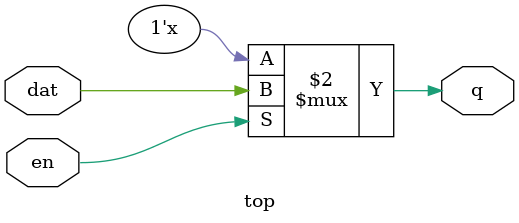
<source format=v>
module top(input en, input dat, output reg q);
    always @* begin
        if (en)
           q <= dat;
    end
endmodule

</source>
